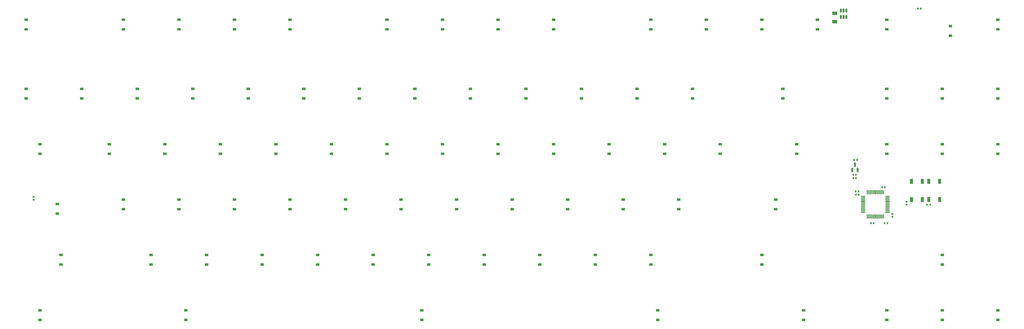
<source format=gbp>
%TF.GenerationSoftware,KiCad,Pcbnew,(6.0.5)*%
%TF.CreationDate,2022-11-05T01:05:16-04:00*%
%TF.ProjectId,TKL,544b4c2e-6b69-4636-9164-5f7063625858,rev?*%
%TF.SameCoordinates,Original*%
%TF.FileFunction,Paste,Bot*%
%TF.FilePolarity,Positive*%
%FSLAX46Y46*%
G04 Gerber Fmt 4.6, Leading zero omitted, Abs format (unit mm)*
G04 Created by KiCad (PCBNEW (6.0.5)) date 2022-11-05 01:05:16*
%MOMM*%
%LPD*%
G01*
G04 APERTURE LIST*
G04 Aperture macros list*
%AMRoundRect*
0 Rectangle with rounded corners*
0 $1 Rounding radius*
0 $2 $3 $4 $5 $6 $7 $8 $9 X,Y pos of 4 corners*
0 Add a 4 corners polygon primitive as box body*
4,1,4,$2,$3,$4,$5,$6,$7,$8,$9,$2,$3,0*
0 Add four circle primitives for the rounded corners*
1,1,$1+$1,$2,$3*
1,1,$1+$1,$4,$5*
1,1,$1+$1,$6,$7*
1,1,$1+$1,$8,$9*
0 Add four rect primitives between the rounded corners*
20,1,$1+$1,$2,$3,$4,$5,0*
20,1,$1+$1,$4,$5,$6,$7,0*
20,1,$1+$1,$6,$7,$8,$9,0*
20,1,$1+$1,$8,$9,$2,$3,0*%
G04 Aperture macros list end*
%ADD10RoundRect,0.135000X-0.135000X-0.185000X0.135000X-0.185000X0.135000X0.185000X-0.135000X0.185000X0*%
%ADD11RoundRect,0.140000X-0.170000X0.140000X-0.170000X-0.140000X0.170000X-0.140000X0.170000X0.140000X0*%
%ADD12RoundRect,0.150000X0.150000X-0.587500X0.150000X0.587500X-0.150000X0.587500X-0.150000X-0.587500X0*%
%ADD13RoundRect,0.075000X0.075000X-0.662500X0.075000X0.662500X-0.075000X0.662500X-0.075000X-0.662500X0*%
%ADD14RoundRect,0.075000X0.662500X-0.075000X0.662500X0.075000X-0.662500X0.075000X-0.662500X-0.075000X0*%
%ADD15R,1.100000X1.800000*%
%ADD16RoundRect,0.140000X-0.140000X-0.170000X0.140000X-0.170000X0.140000X0.170000X-0.140000X0.170000X0*%
%ADD17RoundRect,0.140000X0.140000X0.170000X-0.140000X0.170000X-0.140000X-0.170000X0.140000X-0.170000X0*%
%ADD18R,1.200000X0.900000*%
%ADD19RoundRect,0.135000X0.135000X0.185000X-0.135000X0.185000X-0.135000X-0.185000X0.135000X-0.185000X0*%
%ADD20RoundRect,0.150000X0.150000X-0.512500X0.150000X0.512500X-0.150000X0.512500X-0.150000X-0.512500X0*%
%ADD21RoundRect,0.250000X-0.625000X0.375000X-0.625000X-0.375000X0.625000X-0.375000X0.625000X0.375000X0*%
%ADD22RoundRect,0.135000X-0.185000X0.135000X-0.185000X-0.135000X0.185000X-0.135000X0.185000X0.135000X0*%
G04 APERTURE END LIST*
D10*
%TO.C,R1*%
X500378000Y-303293700D03*
X501398000Y-303293700D03*
%TD*%
D11*
%TO.C,C1*%
X493268000Y-302305700D03*
X493268000Y-303265700D03*
%TD*%
D12*
%TO.C,U3*%
X476565000Y-291404200D03*
X474665000Y-291404200D03*
X475615000Y-289529200D03*
%TD*%
D13*
%TO.C,U2*%
X485350000Y-307329200D03*
X484850000Y-307329200D03*
X484350000Y-307329200D03*
X483850000Y-307329200D03*
X483350000Y-307329200D03*
X482850000Y-307329200D03*
X482350000Y-307329200D03*
X481850000Y-307329200D03*
X481350000Y-307329200D03*
X480850000Y-307329200D03*
X480350000Y-307329200D03*
X479850000Y-307329200D03*
D14*
X478437500Y-305916700D03*
X478437500Y-305416700D03*
X478437500Y-304916700D03*
X478437500Y-304416700D03*
X478437500Y-303916700D03*
X478437500Y-303416700D03*
X478437500Y-302916700D03*
X478437500Y-302416700D03*
X478437500Y-301916700D03*
X478437500Y-301416700D03*
X478437500Y-300916700D03*
X478437500Y-300416700D03*
D13*
X479850000Y-299004200D03*
X480350000Y-299004200D03*
X480850000Y-299004200D03*
X481350000Y-299004200D03*
X481850000Y-299004200D03*
X482350000Y-299004200D03*
X482850000Y-299004200D03*
X483350000Y-299004200D03*
X483850000Y-299004200D03*
X484350000Y-299004200D03*
X484850000Y-299004200D03*
X485350000Y-299004200D03*
D14*
X486762500Y-300416700D03*
X486762500Y-300916700D03*
X486762500Y-301416700D03*
X486762500Y-301916700D03*
X486762500Y-302416700D03*
X486762500Y-302916700D03*
X486762500Y-303416700D03*
X486762500Y-303916700D03*
X486762500Y-304416700D03*
X486762500Y-304916700D03*
X486762500Y-305416700D03*
X486762500Y-305916700D03*
%TD*%
D15*
%TO.C,SW2*%
X500943000Y-295304200D03*
X500943000Y-301504200D03*
X504643000Y-301504200D03*
X504643000Y-295304200D03*
%TD*%
%TO.C,SW1*%
X498737500Y-295304200D03*
X498737500Y-301504200D03*
X495037500Y-301504200D03*
X495037500Y-295304200D03*
%TD*%
D16*
%TO.C,C10*%
X476857000Y-298721700D03*
X475897000Y-298721700D03*
%TD*%
D17*
%TO.C,C9*%
X475389000Y-287926700D03*
X476349000Y-287926700D03*
%TD*%
%TO.C,C8*%
X484914000Y-297324700D03*
X485874000Y-297324700D03*
%TD*%
D11*
%TO.C,C7*%
X488442000Y-307456700D03*
X488442000Y-306496700D03*
%TD*%
D16*
%TO.C,C6*%
X486763000Y-309643700D03*
X485803000Y-309643700D03*
%TD*%
%TO.C,C5*%
X482064000Y-309643700D03*
X481104000Y-309643700D03*
%TD*%
D17*
%TO.C,C4*%
X475925000Y-299864700D03*
X476885000Y-299864700D03*
%TD*%
D16*
%TO.C,C3*%
X475968000Y-293006700D03*
X475008000Y-293006700D03*
%TD*%
%TO.C,C2*%
X475968000Y-294149700D03*
X475008000Y-294149700D03*
%TD*%
D18*
%TO.C,D42*%
X353218750Y-285766700D03*
X353218750Y-282466700D03*
%TD*%
%TO.C,D19*%
X229393750Y-266716700D03*
X229393750Y-263416700D03*
%TD*%
%TO.C,D77*%
X486568750Y-342916700D03*
X486568750Y-339616700D03*
%TD*%
%TO.C,D23*%
X305593750Y-266716700D03*
X305593750Y-263416700D03*
%TD*%
%TO.C,D6*%
X315118750Y-242904200D03*
X315118750Y-239604200D03*
%TD*%
%TO.C,D20*%
X248443750Y-266716700D03*
X248443750Y-263416700D03*
%TD*%
%TO.C,D83*%
X505618750Y-342916700D03*
X505618750Y-339616700D03*
%TD*%
%TO.C,D72*%
X367506250Y-323866700D03*
X367506250Y-320566700D03*
%TD*%
%TO.C,D26*%
X362743750Y-266716700D03*
X362743750Y-263416700D03*
%TD*%
%TO.C,D11*%
X424656250Y-242904200D03*
X424656250Y-239604200D03*
%TD*%
%TO.C,D54*%
X262731250Y-304816700D03*
X262731250Y-301516700D03*
%TD*%
%TO.C,D52*%
X224631250Y-304816700D03*
X224631250Y-301516700D03*
%TD*%
%TO.C,D4*%
X262731250Y-242904200D03*
X262731250Y-239604200D03*
%TD*%
%TO.C,D36*%
X238918750Y-285766700D03*
X238918750Y-282466700D03*
%TD*%
%TO.C,D53*%
X243681250Y-304816700D03*
X243681250Y-301516700D03*
%TD*%
%TO.C,D68*%
X291306250Y-323866700D03*
X291306250Y-320566700D03*
%TD*%
%TO.C,D51*%
X201930000Y-303040700D03*
X201930000Y-306340700D03*
%TD*%
%TO.C,D8*%
X353218750Y-242904200D03*
X353218750Y-239604200D03*
%TD*%
%TO.C,D74*%
X405606250Y-323866700D03*
X405606250Y-320566700D03*
%TD*%
%TO.C,D18*%
X210343750Y-266716700D03*
X210343750Y-263416700D03*
%TD*%
%TO.C,D56*%
X300831250Y-304816700D03*
X300831250Y-301516700D03*
%TD*%
%TO.C,D65*%
X234156250Y-323866700D03*
X234156250Y-320566700D03*
%TD*%
%TO.C,D57*%
X319881250Y-304816700D03*
X319881250Y-301516700D03*
%TD*%
%TO.C,D75*%
X443706250Y-323866700D03*
X443706250Y-320566700D03*
%TD*%
%TO.C,D40*%
X315118750Y-285766700D03*
X315118750Y-282466700D03*
%TD*%
%TO.C,D28*%
X400843750Y-266716700D03*
X400843750Y-263416700D03*
%TD*%
%TO.C,D17*%
X191293750Y-266716700D03*
X191293750Y-263416700D03*
%TD*%
%TO.C,D2*%
X224631250Y-242904200D03*
X224631250Y-239604200D03*
%TD*%
%TO.C,D34*%
X196056250Y-285766700D03*
X196056250Y-282466700D03*
%TD*%
%TO.C,D7*%
X334168750Y-242904200D03*
X334168750Y-239604200D03*
%TD*%
%TO.C,D37*%
X257968750Y-285766700D03*
X257968750Y-282466700D03*
%TD*%
%TO.C,D58*%
X338931250Y-304816700D03*
X338931250Y-301516700D03*
%TD*%
%TO.C,D50*%
X524668750Y-285766700D03*
X524668750Y-282466700D03*
%TD*%
%TO.C,D24*%
X324643750Y-266716700D03*
X324643750Y-263416700D03*
%TD*%
%TO.C,D21*%
X267493750Y-266716700D03*
X267493750Y-263416700D03*
%TD*%
%TO.C,D79*%
X246062500Y-342916700D03*
X246062500Y-339616700D03*
%TD*%
D19*
%TO.C,R2*%
X498221000Y-235856700D03*
X497201000Y-235856700D03*
%TD*%
D18*
%TO.C,D12*%
X443706250Y-242904200D03*
X443706250Y-239604200D03*
%TD*%
%TO.C,D76*%
X505618750Y-323866700D03*
X505618750Y-320566700D03*
%TD*%
%TO.C,D64*%
X203200000Y-323866700D03*
X203200000Y-320566700D03*
%TD*%
%TO.C,D16*%
X524668750Y-242904200D03*
X524668750Y-239604200D03*
%TD*%
%TO.C,D84*%
X524668750Y-342916700D03*
X524668750Y-339616700D03*
%TD*%
%TO.C,D82*%
X457993750Y-342916700D03*
X457993750Y-339616700D03*
%TD*%
%TO.C,D14*%
X486568750Y-242904200D03*
X486568750Y-239604200D03*
%TD*%
%TO.C,D33*%
X524668750Y-266716700D03*
X524668750Y-263416700D03*
%TD*%
%TO.C,D32*%
X505618750Y-266716700D03*
X505618750Y-263416700D03*
%TD*%
%TO.C,D27*%
X381793750Y-266716700D03*
X381793750Y-263416700D03*
%TD*%
%TO.C,D70*%
X329406250Y-323866700D03*
X329406250Y-320566700D03*
%TD*%
%TO.C,D35*%
X219868750Y-285766700D03*
X219868750Y-282466700D03*
%TD*%
%TO.C,D29*%
X419893750Y-266716700D03*
X419893750Y-263416700D03*
%TD*%
%TO.C,D47*%
X455612500Y-285766700D03*
X455612500Y-282466700D03*
%TD*%
%TO.C,D55*%
X281781250Y-304816700D03*
X281781250Y-301516700D03*
%TD*%
%TO.C,D46*%
X429418750Y-285766700D03*
X429418750Y-282466700D03*
%TD*%
%TO.C,D39*%
X296068750Y-285766700D03*
X296068750Y-282466700D03*
%TD*%
%TO.C,D73*%
X386556250Y-323866700D03*
X386556250Y-320566700D03*
%TD*%
%TO.C,D61*%
X396081250Y-304816700D03*
X396081250Y-301516700D03*
%TD*%
%TO.C,D67*%
X272256250Y-323866700D03*
X272256250Y-320566700D03*
%TD*%
%TO.C,D31*%
X486568750Y-266716700D03*
X486568750Y-263416700D03*
%TD*%
%TO.C,D30*%
X450850000Y-266716700D03*
X450850000Y-263416700D03*
%TD*%
D20*
%TO.C,U1*%
X472659750Y-238740450D03*
X471709750Y-238740450D03*
X470759750Y-238740450D03*
X470759750Y-236465450D03*
X471709750Y-236465450D03*
X472659750Y-236465450D03*
%TD*%
D18*
%TO.C,D59*%
X357981250Y-304816700D03*
X357981250Y-301516700D03*
%TD*%
%TO.C,D25*%
X343693750Y-266716700D03*
X343693750Y-263416700D03*
%TD*%
%TO.C,D15*%
X508381000Y-241826700D03*
X508381000Y-245126700D03*
%TD*%
%TO.C,D81*%
X407987500Y-342916700D03*
X407987500Y-339616700D03*
%TD*%
D21*
%TO.C,F1*%
X468661750Y-237472950D03*
X468661750Y-240272950D03*
%TD*%
D18*
%TO.C,D63*%
X448468750Y-304816700D03*
X448468750Y-301516700D03*
%TD*%
%TO.C,D22*%
X286543750Y-266716700D03*
X286543750Y-263416700D03*
%TD*%
%TO.C,D49*%
X505618750Y-285766700D03*
X505618750Y-282466700D03*
%TD*%
%TO.C,D5*%
X281781250Y-242904200D03*
X281781250Y-239604200D03*
%TD*%
%TO.C,D69*%
X310356250Y-323866700D03*
X310356250Y-320566700D03*
%TD*%
%TO.C,D44*%
X391318750Y-285766700D03*
X391318750Y-282466700D03*
%TD*%
%TO.C,D3*%
X243681250Y-242904200D03*
X243681250Y-239604200D03*
%TD*%
%TO.C,D10*%
X405606250Y-242904200D03*
X405606250Y-239604200D03*
%TD*%
%TO.C,D9*%
X372268750Y-242904200D03*
X372268750Y-239604200D03*
%TD*%
%TO.C,D45*%
X410368750Y-285766700D03*
X410368750Y-282466700D03*
%TD*%
%TO.C,D48*%
X486568750Y-285766700D03*
X486568750Y-282466700D03*
%TD*%
%TO.C,D1*%
X191293750Y-242904200D03*
X191293750Y-239604200D03*
%TD*%
%TO.C,D71*%
X348456250Y-323866700D03*
X348456250Y-320566700D03*
%TD*%
%TO.C,D13*%
X462756250Y-242904200D03*
X462756250Y-239604200D03*
%TD*%
%TO.C,D41*%
X334168750Y-285766700D03*
X334168750Y-282466700D03*
%TD*%
%TO.C,D60*%
X377031250Y-304816700D03*
X377031250Y-301516700D03*
%TD*%
%TO.C,D43*%
X372268750Y-285766700D03*
X372268750Y-282466700D03*
%TD*%
%TO.C,D66*%
X253206250Y-323866700D03*
X253206250Y-320566700D03*
%TD*%
%TO.C,D80*%
X327025000Y-342916700D03*
X327025000Y-339616700D03*
%TD*%
%TO.C,D38*%
X277018750Y-285766700D03*
X277018750Y-282466700D03*
%TD*%
%TO.C,D62*%
X415131250Y-304816700D03*
X415131250Y-301516700D03*
%TD*%
%TO.C,D78*%
X196056250Y-342916700D03*
X196056250Y-339616700D03*
%TD*%
D22*
%TO.C,R3*%
X193802000Y-300624700D03*
X193802000Y-301644700D03*
%TD*%
M02*

</source>
